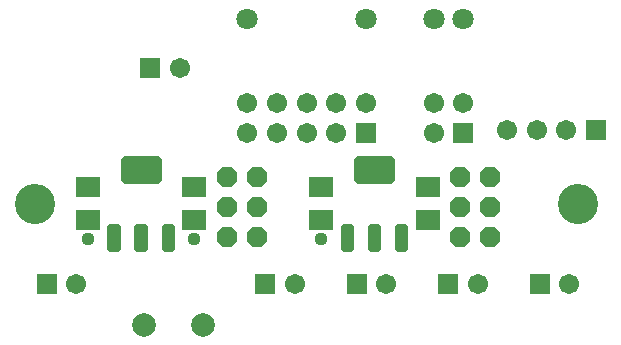
<source format=gbr>
G04 EAGLE Gerber RS-274X export*
G75*
%MOMM*%
%FSLAX34Y34*%
%LPD*%
%INSoldermask Top*%
%IPPOS*%
%AMOC8*
5,1,8,0,0,1.08239X$1,22.5*%
G01*
%ADD10C,3.403200*%
%ADD11R,1.711200X1.711200*%
%ADD12C,1.711200*%
%ADD13C,1.803200*%
%ADD14C,0.691919*%
%ADD15C,0.847150*%
%ADD16R,2.003200X1.803200*%
%ADD17P,1.869504X8X292.500000*%
%ADD18C,2.003200*%
%ADD19C,1.109600*%


D10*
X230000Y145000D03*
X-230000Y145000D03*
D11*
X50000Y205000D03*
D12*
X25000Y205000D03*
X0Y205000D03*
X-25000Y205000D03*
X-50000Y205000D03*
X50000Y230000D03*
X25000Y230000D03*
X0Y230000D03*
X-25000Y230000D03*
X-50000Y230000D03*
D13*
X-50000Y301800D03*
X50000Y301800D03*
D11*
X-35000Y77500D03*
D12*
X-10000Y77500D03*
D11*
X120000Y77500D03*
D12*
X145000Y77500D03*
D11*
X42500Y77500D03*
D12*
X67500Y77500D03*
D11*
X197500Y77500D03*
D12*
X222500Y77500D03*
D14*
X-165307Y107693D02*
X-165307Y124307D01*
X-160693Y124307D01*
X-160693Y107693D01*
X-165307Y107693D01*
X-165307Y114266D02*
X-160693Y114266D01*
X-160693Y120839D02*
X-165307Y120839D01*
X-142307Y124307D02*
X-142307Y107693D01*
X-142307Y124307D02*
X-137693Y124307D01*
X-137693Y107693D01*
X-142307Y107693D01*
X-142307Y114266D02*
X-137693Y114266D01*
X-137693Y120839D02*
X-142307Y120839D01*
X-119307Y124307D02*
X-119307Y107693D01*
X-119307Y124307D02*
X-114693Y124307D01*
X-114693Y107693D01*
X-119307Y107693D01*
X-119307Y114266D02*
X-114693Y114266D01*
X-114693Y120839D02*
X-119307Y120839D01*
D15*
X-126970Y166470D02*
X-126970Y181530D01*
X-126970Y166470D02*
X-153030Y166470D01*
X-153030Y181530D01*
X-126970Y181530D01*
X-126970Y174518D02*
X-153030Y174518D01*
D14*
X32193Y124307D02*
X32193Y107693D01*
X32193Y124307D02*
X36807Y124307D01*
X36807Y107693D01*
X32193Y107693D01*
X32193Y114266D02*
X36807Y114266D01*
X36807Y120839D02*
X32193Y120839D01*
X55193Y124307D02*
X55193Y107693D01*
X55193Y124307D02*
X59807Y124307D01*
X59807Y107693D01*
X55193Y107693D01*
X55193Y114266D02*
X59807Y114266D01*
X59807Y120839D02*
X55193Y120839D01*
X78193Y124307D02*
X78193Y107693D01*
X78193Y124307D02*
X82807Y124307D01*
X82807Y107693D01*
X78193Y107693D01*
X78193Y114266D02*
X82807Y114266D01*
X82807Y120839D02*
X78193Y120839D01*
D15*
X70530Y166470D02*
X70530Y181530D01*
X70530Y166470D02*
X44470Y166470D01*
X44470Y181530D01*
X70530Y181530D01*
X70530Y174518D02*
X44470Y174518D01*
D16*
X-95000Y131000D03*
X-95000Y159000D03*
X102500Y131000D03*
X102500Y159000D03*
X-185000Y131000D03*
X-185000Y159000D03*
X12500Y131000D03*
X12500Y159000D03*
D17*
X-67700Y167900D03*
X-42300Y167900D03*
X-67700Y142500D03*
X-42300Y142500D03*
X-67700Y117100D03*
X-42300Y117100D03*
X129800Y167900D03*
X155200Y167900D03*
X129800Y142500D03*
X155200Y142500D03*
X129800Y117100D03*
X155200Y117100D03*
D11*
X245000Y207500D03*
D12*
X220000Y207500D03*
X195000Y207500D03*
X170000Y207500D03*
D11*
X132500Y205000D03*
D12*
X107500Y205000D03*
X132500Y230000D03*
X107500Y230000D03*
D13*
X107500Y301800D03*
X132500Y301800D03*
D11*
X-132500Y260000D03*
D12*
X-107500Y260000D03*
D11*
X-220000Y77500D03*
D12*
X-195000Y77500D03*
D18*
X-87500Y42500D03*
X-137500Y42500D03*
D19*
X-95000Y115000D03*
X12500Y115000D03*
X-185000Y115000D03*
M02*

</source>
